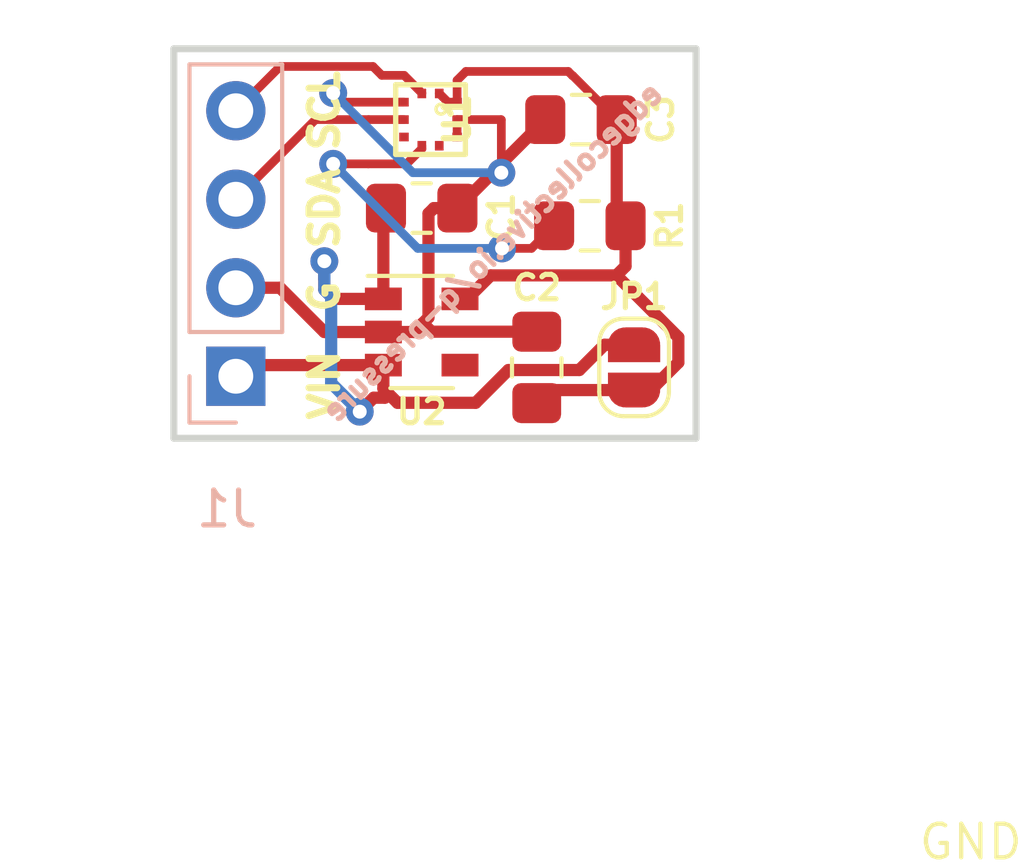
<source format=kicad_pcb>
(kicad_pcb (version 20171130) (host pcbnew 5.0.2-bee76a0~70~ubuntu18.04.1)

  (general
    (thickness 1.6)
    (drawings 11)
    (tracks 97)
    (zones 0)
    (modules 8)
    (nets 7)
  )

  (page A4)
  (layers
    (0 Top signal)
    (31 Bottom signal)
    (32 B.Adhes user)
    (33 F.Adhes user)
    (34 B.Paste user)
    (35 F.Paste user)
    (36 B.SilkS user)
    (37 F.SilkS user)
    (38 B.Mask user)
    (39 F.Mask user)
    (40 Dwgs.User user)
    (41 Cmts.User user)
    (42 Eco1.User user)
    (43 Eco2.User user)
    (44 Edge.Cuts user)
    (45 Margin user)
    (46 B.CrtYd user)
    (47 F.CrtYd user)
    (48 B.Fab user)
    (49 F.Fab user)
  )

  (setup
    (last_trace_width 0.35)
    (user_trace_width 0.35)
    (trace_clearance 0.2)
    (zone_clearance 0.508)
    (zone_45_only no)
    (trace_min 0.2)
    (segment_width 0.2)
    (edge_width 0.15)
    (via_size 0.8)
    (via_drill 0.4)
    (via_min_size 0.4)
    (via_min_drill 0.3)
    (uvia_size 0.3)
    (uvia_drill 0.1)
    (uvias_allowed no)
    (uvia_min_size 0.2)
    (uvia_min_drill 0.1)
    (pcb_text_width 0.3)
    (pcb_text_size 1.5 1.5)
    (mod_edge_width 0.15)
    (mod_text_size 1 1)
    (mod_text_width 0.15)
    (pad_size 1.524 1.524)
    (pad_drill 0.762)
    (pad_to_mask_clearance 0.051)
    (solder_mask_min_width 0.25)
    (aux_axis_origin 0 0)
    (visible_elements FFFDFF7F)
    (pcbplotparams
      (layerselection 0x010fc_ffffffff)
      (usegerberextensions false)
      (usegerberattributes false)
      (usegerberadvancedattributes false)
      (creategerberjobfile false)
      (excludeedgelayer true)
      (linewidth 0.100000)
      (plotframeref false)
      (viasonmask false)
      (mode 1)
      (useauxorigin false)
      (hpglpennumber 1)
      (hpglpenspeed 20)
      (hpglpendiameter 15.000000)
      (psnegative false)
      (psa4output false)
      (plotreference true)
      (plotvalue true)
      (plotinvisibletext false)
      (padsonsilk false)
      (subtractmaskfromsilk false)
      (outputformat 1)
      (mirror false)
      (drillshape 1)
      (scaleselection 1)
      (outputdirectory ""))
  )

  (net 0 "")
  (net 1 GND)
  (net 2 3.3V)
  (net 3 VIN)
  (net 4 SCL)
  (net 5 SDA)
  (net 6 "Net-(IC1-Pad6)")

  (net_class Default "This is the default net class."
    (clearance 0.2)
    (trace_width 0.25)
    (via_dia 0.8)
    (via_drill 0.4)
    (uvia_dia 0.3)
    (uvia_drill 0.1)
    (add_net 3.3V)
    (add_net GND)
    (add_net "Net-(IC1-Pad6)")
    (add_net SCL)
    (add_net SDA)
    (add_net VIN)
  )

  (module "Adafruit BMP388:BMP388" (layer Top) (tedit 0) (tstamp 5CF80B70)
    (at 129.286 88.392)
    (path /7C8C299E06F92037)
    (fp_text reference IC1 (at 0 0) (layer F.SilkS) hide
      (effects (font (size 1.27 1.27) (thickness 0.15)) (justify right top))
    )
    (fp_text value BMP388 (at 0 0) (layer F.SilkS) hide
      (effects (font (size 1.27 1.27) (thickness 0.15)) (justify right top))
    )
    (fp_circle (center 0.3 -0.3) (end 0.441418 -0.3) (layer F.SilkS) (width 0.1016))
    (fp_line (start -1 1) (end -1 -1) (layer F.SilkS) (width 0.1524))
    (fp_line (start 1 1) (end -1 1) (layer F.SilkS) (width 0.1524))
    (fp_line (start 1 -1) (end 1 1) (layer F.SilkS) (width 0.1524))
    (fp_line (start -1 -1) (end 1 -1) (layer F.SilkS) (width 0.1524))
    (pad 1 smd rect (at 0.25 -0.75 180) (size 0.25 0.275) (layers Top F.Paste F.Mask)
      (net 2 3.3V) (solder_mask_margin 0.0508))
    (pad 2 smd rect (at -0.25 -0.75 180) (size 0.25 0.275) (layers Top F.Paste F.Mask)
      (net 4 SCL) (solder_mask_margin 0.0508))
    (pad 5 smd rect (at -0.7625 0.5 90) (size 0.25 0.275) (layers Top F.Paste F.Mask)
      (solder_mask_margin 0.0508))
    (pad 4 smd rect (at -0.7625 0 90) (size 0.25 0.275) (layers Top F.Paste F.Mask)
      (net 5 SDA) (solder_mask_margin 0.0508))
    (pad 3 smd rect (at -0.7625 -0.5 90) (size 0.25 0.275) (layers Top F.Paste F.Mask)
      (net 1 GND) (solder_mask_margin 0.0508))
    (pad 8 smd rect (at 0.7625 0.5 90) (size 0.25 0.275) (layers Top F.Paste F.Mask)
      (net 1 GND) (solder_mask_margin 0.0508))
    (pad 10 smd rect (at 0.7625 -0.5 90) (size 0.25 0.275) (layers Top F.Paste F.Mask)
      (net 2 3.3V) (solder_mask_margin 0.0508))
    (pad 9 smd rect (at 0.7625 0 90) (size 0.25 0.275) (layers Top F.Paste F.Mask)
      (net 1 GND) (solder_mask_margin 0.0508))
    (pad 7 smd rect (at 0.25 0.75 180) (size 0.25 0.275) (layers Top F.Paste F.Mask)
      (solder_mask_margin 0.0508))
    (pad 6 smd rect (at -0.25 0.75 180) (size 0.25 0.275) (layers Top F.Paste F.Mask)
      (net 6 "Net-(IC1-Pad6)") (solder_mask_margin 0.0508))
  )

  (module Capacitor_SMD:C_0805_2012Metric_Pad1.15x1.40mm_HandSolder (layer Top) (tedit 5CEB0DE8) (tstamp 5CF7E963)
    (at 129.032 90.932)
    (descr "Capacitor SMD 0805 (2012 Metric), square (rectangular) end terminal, IPC_7351 nominal with elongated pad for handsoldering. (Body size source: https://docs.google.com/spreadsheets/d/1BsfQQcO9C6DZCsRaXUlFlo91Tg2WpOkGARC1WS5S8t0/edit?usp=sharing), generated with kicad-footprint-generator")
    (tags "capacitor handsolder")
    (path /23009AF2D1512118)
    (attr smd)
    (fp_text reference C1 (at 2.286 0.254 90) (layer F.SilkS)
      (effects (font (size 0.7 0.7) (thickness 0.15)))
    )
    (fp_text value 10uF (at 0 1.65) (layer F.Fab)
      (effects (font (size 1 1) (thickness 0.15)))
    )
    (fp_text user %R (at 0 0) (layer F.Fab)
      (effects (font (size 0.5 0.5) (thickness 0.08)))
    )
    (fp_line (start 1.85 0.95) (end -1.85 0.95) (layer F.CrtYd) (width 0.05))
    (fp_line (start 1.85 -0.95) (end 1.85 0.95) (layer F.CrtYd) (width 0.05))
    (fp_line (start -1.85 -0.95) (end 1.85 -0.95) (layer F.CrtYd) (width 0.05))
    (fp_line (start -1.85 0.95) (end -1.85 -0.95) (layer F.CrtYd) (width 0.05))
    (fp_line (start -0.261252 0.71) (end 0.261252 0.71) (layer F.SilkS) (width 0.12))
    (fp_line (start -0.261252 -0.71) (end 0.261252 -0.71) (layer F.SilkS) (width 0.12))
    (fp_line (start 1 0.6) (end -1 0.6) (layer F.Fab) (width 0.1))
    (fp_line (start 1 -0.6) (end 1 0.6) (layer F.Fab) (width 0.1))
    (fp_line (start -1 -0.6) (end 1 -0.6) (layer F.Fab) (width 0.1))
    (fp_line (start -1 0.6) (end -1 -0.6) (layer F.Fab) (width 0.1))
    (pad 2 smd roundrect (at 1.025 0) (size 1.15 1.4) (layers Top F.Paste F.Mask) (roundrect_rratio 0.217391)
      (net 1 GND))
    (pad 1 smd roundrect (at -1.025 0) (size 1.15 1.4) (layers Top F.Paste F.Mask) (roundrect_rratio 0.217391)
      (net 3 VIN))
    (model ${KISYS3DMOD}/Capacitor_SMD.3dshapes/C_0805_2012Metric.wrl
      (at (xyz 0 0 0))
      (scale (xyz 1 1 1))
      (rotate (xyz 0 0 0))
    )
  )

  (module Capacitor_SMD:C_0805_2012Metric_Pad1.15x1.40mm_HandSolder (layer Top) (tedit 5CEB12BE) (tstamp 5CF7EE60)
    (at 132.334 95.504 90)
    (descr "Capacitor SMD 0805 (2012 Metric), square (rectangular) end terminal, IPC_7351 nominal with elongated pad for handsoldering. (Body size source: https://docs.google.com/spreadsheets/d/1BsfQQcO9C6DZCsRaXUlFlo91Tg2WpOkGARC1WS5S8t0/edit?usp=sharing), generated with kicad-footprint-generator")
    (tags "capacitor handsolder")
    (path /4ED27554B94C3227)
    (attr smd)
    (fp_text reference C2 (at 2.286 0 180) (layer F.SilkS)
      (effects (font (size 0.7 0.7) (thickness 0.15)))
    )
    (fp_text value 0.1uF (at 0 1.65 90) (layer F.Fab)
      (effects (font (size 1 1) (thickness 0.15)))
    )
    (fp_line (start -1 0.6) (end -1 -0.6) (layer F.Fab) (width 0.1))
    (fp_line (start -1 -0.6) (end 1 -0.6) (layer F.Fab) (width 0.1))
    (fp_line (start 1 -0.6) (end 1 0.6) (layer F.Fab) (width 0.1))
    (fp_line (start 1 0.6) (end -1 0.6) (layer F.Fab) (width 0.1))
    (fp_line (start -0.261252 -0.71) (end 0.261252 -0.71) (layer F.SilkS) (width 0.12))
    (fp_line (start -0.261252 0.71) (end 0.261252 0.71) (layer F.SilkS) (width 0.12))
    (fp_line (start -1.85 0.95) (end -1.85 -0.95) (layer F.CrtYd) (width 0.05))
    (fp_line (start -1.85 -0.95) (end 1.85 -0.95) (layer F.CrtYd) (width 0.05))
    (fp_line (start 1.85 -0.95) (end 1.85 0.95) (layer F.CrtYd) (width 0.05))
    (fp_line (start 1.85 0.95) (end -1.85 0.95) (layer F.CrtYd) (width 0.05))
    (fp_text user %R (at 0 0 90) (layer F.Fab)
      (effects (font (size 0.5 0.5) (thickness 0.08)))
    )
    (pad 1 smd roundrect (at -1.025 0 90) (size 1.15 1.4) (layers Top F.Paste F.Mask) (roundrect_rratio 0.217391)
      (net 2 3.3V))
    (pad 2 smd roundrect (at 1.025 0 90) (size 1.15 1.4) (layers Top F.Paste F.Mask) (roundrect_rratio 0.217391)
      (net 1 GND))
    (model ${KISYS3DMOD}/Capacitor_SMD.3dshapes/C_0805_2012Metric.wrl
      (at (xyz 0 0 0))
      (scale (xyz 1 1 1))
      (rotate (xyz 0 0 0))
    )
  )

  (module Capacitor_SMD:C_0805_2012Metric_Pad1.15x1.40mm_HandSolder (layer Top) (tedit 5CEB0E16) (tstamp 5CF7FC50)
    (at 133.604 88.392 180)
    (descr "Capacitor SMD 0805 (2012 Metric), square (rectangular) end terminal, IPC_7351 nominal with elongated pad for handsoldering. (Body size source: https://docs.google.com/spreadsheets/d/1BsfQQcO9C6DZCsRaXUlFlo91Tg2WpOkGARC1WS5S8t0/edit?usp=sharing), generated with kicad-footprint-generator")
    (tags "capacitor handsolder")
    (path /BCDE55D9FA3B87C3)
    (attr smd)
    (fp_text reference C3 (at -2.286 0 270) (layer F.SilkS)
      (effects (font (size 0.7 0.7) (thickness 0.15)))
    )
    (fp_text value 10uF (at 0 1.65 180) (layer F.Fab)
      (effects (font (size 1 1) (thickness 0.15)))
    )
    (fp_line (start -1 0.6) (end -1 -0.6) (layer F.Fab) (width 0.1))
    (fp_line (start -1 -0.6) (end 1 -0.6) (layer F.Fab) (width 0.1))
    (fp_line (start 1 -0.6) (end 1 0.6) (layer F.Fab) (width 0.1))
    (fp_line (start 1 0.6) (end -1 0.6) (layer F.Fab) (width 0.1))
    (fp_line (start -0.261252 -0.71) (end 0.261252 -0.71) (layer F.SilkS) (width 0.12))
    (fp_line (start -0.261252 0.71) (end 0.261252 0.71) (layer F.SilkS) (width 0.12))
    (fp_line (start -1.85 0.95) (end -1.85 -0.95) (layer F.CrtYd) (width 0.05))
    (fp_line (start -1.85 -0.95) (end 1.85 -0.95) (layer F.CrtYd) (width 0.05))
    (fp_line (start 1.85 -0.95) (end 1.85 0.95) (layer F.CrtYd) (width 0.05))
    (fp_line (start 1.85 0.95) (end -1.85 0.95) (layer F.CrtYd) (width 0.05))
    (fp_text user %R (at 0 0 180) (layer F.Fab)
      (effects (font (size 0.5 0.5) (thickness 0.08)))
    )
    (pad 1 smd roundrect (at -1.025 0 180) (size 1.15 1.4) (layers Top F.Paste F.Mask) (roundrect_rratio 0.217391)
      (net 2 3.3V))
    (pad 2 smd roundrect (at 1.025 0 180) (size 1.15 1.4) (layers Top F.Paste F.Mask) (roundrect_rratio 0.217391)
      (net 1 GND))
    (model ${KISYS3DMOD}/Capacitor_SMD.3dshapes/C_0805_2012Metric.wrl
      (at (xyz 0 0 0))
      (scale (xyz 1 1 1))
      (rotate (xyz 0 0 0))
    )
  )

  (module Package_TO_SOT_SMD:SOT-23-5 (layer Top) (tedit 5CEB0E00) (tstamp 5CF7EC35)
    (at 129.032 94.488)
    (descr "5-pin SOT23 package")
    (tags SOT-23-5)
    (path /8DB0DD7560D488E9)
    (attr smd)
    (fp_text reference U2 (at 0 2.286) (layer F.SilkS)
      (effects (font (size 0.7 0.7) (thickness 0.15)))
    )
    (fp_text value MIC5225-3.3 (at 0 2.9) (layer F.Fab)
      (effects (font (size 1 1) (thickness 0.15)))
    )
    (fp_text user %R (at 0 0 90) (layer F.Fab)
      (effects (font (size 0.5 0.5) (thickness 0.075)))
    )
    (fp_line (start -0.9 1.61) (end 0.9 1.61) (layer F.SilkS) (width 0.12))
    (fp_line (start 0.9 -1.61) (end -1.55 -1.61) (layer F.SilkS) (width 0.12))
    (fp_line (start -1.9 -1.8) (end 1.9 -1.8) (layer F.CrtYd) (width 0.05))
    (fp_line (start 1.9 -1.8) (end 1.9 1.8) (layer F.CrtYd) (width 0.05))
    (fp_line (start 1.9 1.8) (end -1.9 1.8) (layer F.CrtYd) (width 0.05))
    (fp_line (start -1.9 1.8) (end -1.9 -1.8) (layer F.CrtYd) (width 0.05))
    (fp_line (start -0.9 -0.9) (end -0.25 -1.55) (layer F.Fab) (width 0.1))
    (fp_line (start 0.9 -1.55) (end -0.25 -1.55) (layer F.Fab) (width 0.1))
    (fp_line (start -0.9 -0.9) (end -0.9 1.55) (layer F.Fab) (width 0.1))
    (fp_line (start 0.9 1.55) (end -0.9 1.55) (layer F.Fab) (width 0.1))
    (fp_line (start 0.9 -1.55) (end 0.9 1.55) (layer F.Fab) (width 0.1))
    (pad 1 smd rect (at -1.1 -0.95) (size 1.06 0.65) (layers Top F.Paste F.Mask)
      (net 3 VIN))
    (pad 2 smd rect (at -1.1 0) (size 1.06 0.65) (layers Top F.Paste F.Mask)
      (net 1 GND))
    (pad 3 smd rect (at -1.1 0.95) (size 1.06 0.65) (layers Top F.Paste F.Mask)
      (net 3 VIN))
    (pad 4 smd rect (at 1.1 0.95) (size 1.06 0.65) (layers Top F.Paste F.Mask))
    (pad 5 smd rect (at 1.1 -0.95) (size 1.06 0.65) (layers Top F.Paste F.Mask)
      (net 2 3.3V))
    (model ${KISYS3DMOD}/Package_TO_SOT_SMD.3dshapes/SOT-23-5.wrl
      (at (xyz 0 0 0))
      (scale (xyz 1 1 1))
      (rotate (xyz 0 0 0))
    )
  )

  (module Connector_PinHeader_2.54mm:PinHeader_1x04_P2.54mm_Vertical (layer Bottom) (tedit 59FED5CC) (tstamp 5CF7E80F)
    (at 123.698 95.758)
    (descr "Through hole straight pin header, 1x04, 2.54mm pitch, single row")
    (tags "Through hole pin header THT 1x04 2.54mm single row")
    (path /5CEB11E1)
    (fp_text reference J1 (at -0.254 3.81) (layer B.SilkS)
      (effects (font (size 1 1) (thickness 0.15)) (justify mirror))
    )
    (fp_text value Conn_01x04_Male (at 0 -9.95) (layer B.Fab)
      (effects (font (size 1 1) (thickness 0.15)) (justify mirror))
    )
    (fp_line (start -0.635 1.27) (end 1.27 1.27) (layer B.Fab) (width 0.1))
    (fp_line (start 1.27 1.27) (end 1.27 -8.89) (layer B.Fab) (width 0.1))
    (fp_line (start 1.27 -8.89) (end -1.27 -8.89) (layer B.Fab) (width 0.1))
    (fp_line (start -1.27 -8.89) (end -1.27 0.635) (layer B.Fab) (width 0.1))
    (fp_line (start -1.27 0.635) (end -0.635 1.27) (layer B.Fab) (width 0.1))
    (fp_line (start -1.33 -8.95) (end 1.33 -8.95) (layer B.SilkS) (width 0.12))
    (fp_line (start -1.33 -1.27) (end -1.33 -8.95) (layer B.SilkS) (width 0.12))
    (fp_line (start 1.33 -1.27) (end 1.33 -8.95) (layer B.SilkS) (width 0.12))
    (fp_line (start -1.33 -1.27) (end 1.33 -1.27) (layer B.SilkS) (width 0.12))
    (fp_line (start -1.33 0) (end -1.33 1.33) (layer B.SilkS) (width 0.12))
    (fp_line (start -1.33 1.33) (end 0 1.33) (layer B.SilkS) (width 0.12))
    (fp_line (start -1.8 1.8) (end -1.8 -9.4) (layer B.CrtYd) (width 0.05))
    (fp_line (start -1.8 -9.4) (end 1.8 -9.4) (layer B.CrtYd) (width 0.05))
    (fp_line (start 1.8 -9.4) (end 1.8 1.8) (layer B.CrtYd) (width 0.05))
    (fp_line (start 1.8 1.8) (end -1.8 1.8) (layer B.CrtYd) (width 0.05))
    (fp_text user %R (at 0 -3.81 -90) (layer B.Fab)
      (effects (font (size 1 1) (thickness 0.15)) (justify mirror))
    )
    (pad 1 thru_hole rect (at 0 0) (size 1.7 1.7) (drill 1) (layers *.Cu *.Mask)
      (net 3 VIN))
    (pad 2 thru_hole oval (at 0 -2.54) (size 1.7 1.7) (drill 1) (layers *.Cu *.Mask)
      (net 1 GND))
    (pad 3 thru_hole oval (at 0 -5.08) (size 1.7 1.7) (drill 1) (layers *.Cu *.Mask)
      (net 5 SDA))
    (pad 4 thru_hole oval (at 0 -7.62) (size 1.7 1.7) (drill 1) (layers *.Cu *.Mask)
      (net 4 SCL))
    (model ${KISYS3DMOD}/Connector_PinHeader_2.54mm.3dshapes/PinHeader_1x04_P2.54mm_Vertical.wrl
      (at (xyz 0 0 0))
      (scale (xyz 1 1 1))
      (rotate (xyz 0 0 0))
    )
  )

  (module Jumper:SolderJumper-2_P1.3mm_Open_RoundedPad1.0x1.5mm (layer Top) (tedit 5CEB0DF6) (tstamp 5CF7E821)
    (at 135.128 95.504 270)
    (descr "SMD Solder Jumper, 1x1.5mm, rounded Pads, 0.3mm gap, open")
    (tags "solder jumper open")
    (path /5CEB1B60)
    (attr virtual)
    (fp_text reference JP1 (at -2.032 0) (layer F.SilkS)
      (effects (font (size 0.7 0.7) (thickness 0.15)))
    )
    (fp_text value SolderJumper_2_Open (at 0 1.9 270) (layer F.Fab)
      (effects (font (size 1 1) (thickness 0.15)))
    )
    (fp_arc (start 0.7 -0.3) (end 1.4 -0.3) (angle -90) (layer F.SilkS) (width 0.12))
    (fp_arc (start 0.7 0.3) (end 0.7 1) (angle -90) (layer F.SilkS) (width 0.12))
    (fp_arc (start -0.7 0.3) (end -1.4 0.3) (angle -90) (layer F.SilkS) (width 0.12))
    (fp_arc (start -0.7 -0.3) (end -0.7 -1) (angle -90) (layer F.SilkS) (width 0.12))
    (fp_line (start -1.4 0.3) (end -1.4 -0.3) (layer F.SilkS) (width 0.12))
    (fp_line (start 0.7 1) (end -0.7 1) (layer F.SilkS) (width 0.12))
    (fp_line (start 1.4 -0.3) (end 1.4 0.3) (layer F.SilkS) (width 0.12))
    (fp_line (start -0.7 -1) (end 0.7 -1) (layer F.SilkS) (width 0.12))
    (fp_line (start -1.65 -1.25) (end 1.65 -1.25) (layer F.CrtYd) (width 0.05))
    (fp_line (start -1.65 -1.25) (end -1.65 1.25) (layer F.CrtYd) (width 0.05))
    (fp_line (start 1.65 1.25) (end 1.65 -1.25) (layer F.CrtYd) (width 0.05))
    (fp_line (start 1.65 1.25) (end -1.65 1.25) (layer F.CrtYd) (width 0.05))
    (pad 1 smd custom (at -0.65 0 270) (size 1 0.5) (layers Top F.Mask)
      (net 3 VIN) (zone_connect 0)
      (options (clearance outline) (anchor rect))
      (primitives
        (gr_circle (center 0 0.25) (end 0.5 0.25) (width 0))
        (gr_circle (center 0 -0.25) (end 0.5 -0.25) (width 0))
        (gr_poly (pts
           (xy 0 -0.75) (xy 0.5 -0.75) (xy 0.5 0.75) (xy 0 0.75)) (width 0))
      ))
    (pad 2 smd custom (at 0.65 0 270) (size 1 0.5) (layers Top F.Mask)
      (net 2 3.3V) (zone_connect 0)
      (options (clearance outline) (anchor rect))
      (primitives
        (gr_circle (center 0 0.25) (end 0.5 0.25) (width 0))
        (gr_circle (center 0 -0.25) (end 0.5 -0.25) (width 0))
        (gr_poly (pts
           (xy 0 -0.75) (xy -0.5 -0.75) (xy -0.5 0.75) (xy 0 0.75)) (width 0))
      ))
  )

  (module Resistor_SMD:R_0805_2012Metric_Pad1.15x1.40mm_HandSolder (layer Top) (tedit 5CEB128F) (tstamp 5CF7FD72)
    (at 133.858 91.44 180)
    (descr "Resistor SMD 0805 (2012 Metric), square (rectangular) end terminal, IPC_7351 nominal with elongated pad for handsoldering. (Body size source: https://docs.google.com/spreadsheets/d/1BsfQQcO9C6DZCsRaXUlFlo91Tg2WpOkGARC1WS5S8t0/edit?usp=sharing), generated with kicad-footprint-generator")
    (tags "resistor handsolder")
    (path /5CEB1F41)
    (attr smd)
    (fp_text reference R1 (at -2.286 0 270) (layer F.SilkS)
      (effects (font (size 0.7 0.7) (thickness 0.15)))
    )
    (fp_text value R (at 0 1.65 180) (layer F.Fab)
      (effects (font (size 1 1) (thickness 0.15)))
    )
    (fp_line (start -1 0.6) (end -1 -0.6) (layer F.Fab) (width 0.1))
    (fp_line (start -1 -0.6) (end 1 -0.6) (layer F.Fab) (width 0.1))
    (fp_line (start 1 -0.6) (end 1 0.6) (layer F.Fab) (width 0.1))
    (fp_line (start 1 0.6) (end -1 0.6) (layer F.Fab) (width 0.1))
    (fp_line (start -0.261252 -0.71) (end 0.261252 -0.71) (layer F.SilkS) (width 0.12))
    (fp_line (start -0.261252 0.71) (end 0.261252 0.71) (layer F.SilkS) (width 0.12))
    (fp_line (start -1.85 0.95) (end -1.85 -0.95) (layer F.CrtYd) (width 0.05))
    (fp_line (start -1.85 -0.95) (end 1.85 -0.95) (layer F.CrtYd) (width 0.05))
    (fp_line (start 1.85 -0.95) (end 1.85 0.95) (layer F.CrtYd) (width 0.05))
    (fp_line (start 1.85 0.95) (end -1.85 0.95) (layer F.CrtYd) (width 0.05))
    (fp_text user %R (at 0 0 180) (layer F.Fab)
      (effects (font (size 0.5 0.5) (thickness 0.08)))
    )
    (pad 1 smd roundrect (at -1.025 0 180) (size 1.15 1.4) (layers Top F.Paste F.Mask) (roundrect_rratio 0.217391)
      (net 2 3.3V))
    (pad 2 smd roundrect (at 1.025 0 180) (size 1.15 1.4) (layers Top F.Paste F.Mask) (roundrect_rratio 0.217391)
      (net 6 "Net-(IC1-Pad6)"))
    (model ${KISYS3DMOD}/Resistor_SMD.3dshapes/R_0805_2012Metric.wrl
      (at (xyz 0 0 0))
      (scale (xyz 1 1 1))
      (rotate (xyz 0 0 0))
    )
  )

  (gr_text edgecollective.io/q-pressure (at 131.064 92.202 45) (layer B.SilkS) (tstamp 5CF7FACE)
    (effects (font (size 0.6 0.6) (thickness 0.15)) (justify mirror))
  )
  (gr_text U1 (at 130.048 88.392 90) (layer F.SilkS)
    (effects (font (size 0.7 0.7) (thickness 0.175)))
  )
  (gr_line (start 136.906 86.36) (end 136.906 97.536) (layer Edge.Cuts) (width 0.2))
  (gr_line (start 121.92 86.36) (end 121.92 97.536) (layer Edge.Cuts) (width 0.2))
  (gr_line (start 121.92 97.536) (end 136.906 97.536) (layer Edge.Cuts) (width 0.2))
  (gr_line (start 121.92 86.36) (end 136.906 86.36) (layer Edge.Cuts) (width 0.2))
  (gr_text SCL (at 126.238 88.138 90) (layer F.SilkS) (tstamp 5CF7F09C)
    (effects (font (size 0.8 0.8) (thickness 0.2)))
  )
  (gr_text SDA (at 126.238 90.932 90) (layer F.SilkS) (tstamp 5CF7F09A)
    (effects (font (size 0.8 0.8) (thickness 0.2)))
  )
  (gr_text G (at 126.238 93.472 90) (layer F.SilkS) (tstamp 5CF7F095)
    (effects (font (size 0.8 0.8) (thickness 0.2)))
  )
  (gr_text VIN (at 126.238 96.012 90) (layer F.SilkS)
    (effects (font (size 0.8 0.8) (thickness 0.2)))
  )
  (gr_text GND (at 146.3421 108.5596) (layer F.SilkS) (tstamp 55B9C934B770)
    (effects (font (size 0.9652 0.9652) (thickness 0.12192)) (justify right top))
  )

  (segment (start 129.382 90.932) (end 130.057 90.932) (width 0.35) (layer Top) (net 1) (status 20))
  (segment (start 129.226999 91.087001) (end 129.382 90.932) (width 0.35) (layer Top) (net 1))
  (segment (start 129.226999 94.073001) (end 129.226999 91.087001) (width 0.35) (layer Top) (net 1))
  (segment (start 127.932 94.488) (end 128.812 94.488) (width 0.35) (layer Top) (net 1) (status 10))
  (via (at 126.492 87.63) (size 0.8) (drill 0.4) (layers Top Bottom) (net 1))
  (via (at 131.318 89.916) (size 0.8) (drill 0.4) (layers Top Bottom) (net 1))
  (segment (start 126.492 87.63) (end 128.778 89.916) (width 0.25) (layer Bottom) (net 1))
  (segment (start 128.778 89.916) (end 131.318 89.916) (width 0.25) (layer Bottom) (net 1))
  (segment (start 131.318 89.916) (end 131.318 88.401) (width 0.25) (layer Top) (net 1) (status 20))
  (segment (start 124.968 93.218) (end 123.698 93.218) (width 0.35) (layer Top) (net 1) (status 20))
  (segment (start 127.932 94.488) (end 126.238 94.488) (width 0.35) (layer Top) (net 1) (status 10))
  (segment (start 126.238 94.488) (end 124.968 93.218) (width 0.35) (layer Top) (net 1))
  (segment (start 131.318 89.653) (end 132.579 88.392) (width 0.35) (layer Top) (net 1))
  (segment (start 131.318 89.916) (end 131.318 89.653) (width 0.35) (layer Top) (net 1))
  (segment (start 129.311 94.479) (end 129.066 94.234) (width 0.35) (layer Top) (net 1))
  (segment (start 132.334 94.479) (end 129.311 94.479) (width 0.35) (layer Top) (net 1))
  (segment (start 128.812 94.488) (end 129.066 94.234) (width 0.35) (layer Top) (net 1))
  (segment (start 129.066 94.234) (end 129.226999 94.073001) (width 0.35) (layer Top) (net 1))
  (segment (start 131.309 88.392) (end 130.0485 88.392) (width 0.25) (layer Top) (net 1))
  (segment (start 131.318 88.401) (end 131.309 88.392) (width 0.25) (layer Top) (net 1))
  (segment (start 130.0485 88.392) (end 130.0485 88.892) (width 0.25) (layer Top) (net 1))
  (segment (start 126.754 87.892) (end 126.492 87.63) (width 0.25) (layer Top) (net 1))
  (segment (start 128.5235 87.892) (end 126.754 87.892) (width 0.25) (layer Top) (net 1))
  (segment (start 131.073 89.916) (end 130.057 90.932) (width 0.35) (layer Top) (net 1))
  (segment (start 131.318 89.916) (end 131.073 89.916) (width 0.35) (layer Top) (net 1))
  (segment (start 132.709 96.154) (end 132.334 96.529) (width 0.35) (layer Top) (net 2))
  (segment (start 135.128 96.154) (end 132.709 96.154) (width 0.35) (layer Top) (net 2))
  (segment (start 130.337 93.538) (end 130.132 93.538) (width 0.35) (layer Top) (net 2))
  (segment (start 131.012 92.863) (end 130.337 93.538) (width 0.35) (layer Top) (net 2))
  (segment (start 134.621048 92.863) (end 131.012 92.863) (width 0.35) (layer Top) (net 2))
  (segment (start 136.398 95.364346) (end 136.398 94.639952) (width 0.35) (layer Top) (net 2))
  (segment (start 135.608346 96.154) (end 136.398 95.364346) (width 0.35) (layer Top) (net 2))
  (segment (start 136.398 94.639952) (end 134.621048 92.863) (width 0.35) (layer Top) (net 2))
  (segment (start 135.128 96.154) (end 135.608346 96.154) (width 0.35) (layer Top) (net 2))
  (segment (start 134.883 92.601048) (end 134.883 91.44) (width 0.35) (layer Top) (net 2))
  (segment (start 134.621048 92.863) (end 134.883 92.601048) (width 0.35) (layer Top) (net 2))
  (segment (start 134.629 91.186) (end 134.883 91.44) (width 0.35) (layer Top) (net 2))
  (segment (start 134.629 88.392) (end 134.629 91.186) (width 0.35) (layer Top) (net 2))
  (segment (start 133.359 87.131) (end 133.368 87.131) (width 0.25) (layer Top) (net 2))
  (segment (start 130.302 87.01) (end 133.238 87.01) (width 0.25) (layer Top) (net 2))
  (segment (start 133.238 87.01) (end 133.359 87.131) (width 0.25) (layer Top) (net 2))
  (segment (start 133.368 87.131) (end 134.629 88.392) (width 0.25) (layer Top) (net 2))
  (segment (start 129.786 87.892) (end 129.536 87.642) (width 0.25) (layer Top) (net 2))
  (segment (start 130.0485 87.892) (end 129.786 87.892) (width 0.25) (layer Top) (net 2))
  (segment (start 130.0485 87.2635) (end 130.0485 87.892) (width 0.25) (layer Top) (net 2))
  (segment (start 130.302 87.01) (end 130.0485 87.2635) (width 0.25) (layer Top) (net 2))
  (segment (start 127.612 95.758) (end 127.932 95.438) (width 0.35) (layer Top) (net 3) (status 30))
  (segment (start 127.932 91.007) (end 128.007 90.932) (width 0.35) (layer Top) (net 3) (status 30))
  (segment (start 127.932 93.538) (end 127.932 91.007) (width 0.35) (layer Top) (net 3) (status 30))
  (segment (start 127.932 95.438) (end 127.932 96.113) (width 0.35) (layer Top) (net 3) (status 10))
  (segment (start 127.932 93.538) (end 127.574 93.538) (width 0.25) (layer Top) (net 3) (status 30))
  (segment (start 124.018 95.438) (end 123.698 95.758) (width 0.35) (layer Top) (net 3) (status 30))
  (segment (start 127.932 95.438) (end 124.018 95.438) (width 0.35) (layer Top) (net 3) (status 30))
  (via (at 127.254 96.774) (size 0.8) (drill 0.4) (layers Top Bottom) (net 3))
  (segment (start 131.521012 95.57899) (end 130.580002 96.52) (width 0.35) (layer Top) (net 3))
  (segment (start 133.555418 95.57899) (end 131.521012 95.57899) (width 0.35) (layer Top) (net 3))
  (segment (start 135.128 94.854) (end 134.280408 94.854) (width 0.35) (layer Top) (net 3))
  (segment (start 134.280408 94.854) (end 133.555418 95.57899) (width 0.35) (layer Top) (net 3))
  (segment (start 130.580002 96.52) (end 128.339 96.52) (width 0.35) (layer Top) (net 3))
  (via (at 126.238 92.456) (size 0.8) (drill 0.4) (layers Top Bottom) (net 3))
  (segment (start 127.932 93.538) (end 126.558 93.538) (width 0.35) (layer Top) (net 3))
  (segment (start 126.558 93.538) (end 126.492 93.472) (width 0.35) (layer Top) (net 3))
  (segment (start 126.500315 93.538) (end 126.238 93.275685) (width 0.35) (layer Top) (net 3))
  (segment (start 126.558 93.538) (end 126.500315 93.538) (width 0.35) (layer Top) (net 3))
  (segment (start 126.434315 93.472) (end 126.492 93.472) (width 0.35) (layer Bottom) (net 3))
  (segment (start 126.238 93.275685) (end 126.434315 93.472) (width 0.35) (layer Bottom) (net 3))
  (segment (start 126.238 92.71) (end 126.238 93.275685) (width 0.35) (layer Bottom) (net 3))
  (segment (start 126.434315 95.954315) (end 127.254 96.774) (width 0.35) (layer Bottom) (net 3))
  (segment (start 126.434315 93.472) (end 126.434315 95.954315) (width 0.35) (layer Bottom) (net 3))
  (segment (start 127.976999 96.374001) (end 128.085 96.266) (width 0.35) (layer Top) (net 3))
  (segment (start 127.653999 96.374001) (end 127.976999 96.374001) (width 0.35) (layer Top) (net 3))
  (segment (start 127.932 96.113) (end 128.085 96.266) (width 0.35) (layer Top) (net 3))
  (segment (start 127.254 96.774) (end 127.653999 96.374001) (width 0.35) (layer Top) (net 3))
  (segment (start 128.085 96.266) (end 128.339 96.52) (width 0.35) (layer Top) (net 3))
  (segment (start 126.238 92.964) (end 126.238 92.456) (width 0.35) (layer Top) (net 3))
  (segment (start 126.238 92.964) (end 126.238 92.71) (width 0.35) (layer Top) (net 3))
  (segment (start 126.238 93.275685) (end 126.238 92.964) (width 0.35) (layer Top) (net 3))
  (segment (start 126.238 92.964) (end 126.238 92.456) (width 0.35) (layer Bottom) (net 3))
  (segment (start 127.6335 86.868) (end 124.968 86.868) (width 0.25) (layer Top) (net 4))
  (segment (start 124.968 86.868) (end 123.698 88.138) (width 0.25) (layer Top) (net 4) (status 20))
  (segment (start 128.5285 87.122) (end 127.8875 87.122) (width 0.25) (layer Top) (net 4))
  (segment (start 129.036 87.642) (end 129.036 87.6295) (width 0.25) (layer Top) (net 4))
  (segment (start 129.036 87.6295) (end 128.5285 87.122) (width 0.25) (layer Top) (net 4))
  (segment (start 127.8875 87.122) (end 127.6335 86.868) (width 0.25) (layer Top) (net 4))
  (segment (start 125.984 88.392) (end 123.698 90.678) (width 0.25) (layer Top) (net 5) (status 20))
  (segment (start 125.984 88.392) (end 127.5075 88.392) (width 0.25) (layer Top) (net 5) (status 20))
  (segment (start 127.5075 88.392) (end 128.5235 88.392) (width 0.25) (layer Top) (net 5))
  (segment (start 127.5 89.662) (end 126.492 89.662) (width 0.25) (layer Top) (net 6))
  (via (at 131.33758 92.088) (size 0.8) (drill 0.4) (layers Top Bottom) (net 6))
  (via (at 126.492 89.662) (size 0.8) (drill 0.4) (layers Top Bottom) (net 6))
  (segment (start 126.492 89.662) (end 128.918 92.088) (width 0.25) (layer Bottom) (net 6))
  (segment (start 132.185 92.088) (end 132.833 91.44) (width 0.25) (layer Top) (net 6))
  (segment (start 128.918 92.088) (end 131.33758 92.088) (width 0.25) (layer Bottom) (net 6))
  (segment (start 131.33758 92.088) (end 132.185 92.088) (width 0.25) (layer Top) (net 6))
  (segment (start 128.601002 89.662) (end 127.5 89.662) (width 0.25) (layer Top) (net 6))
  (segment (start 129.036 89.227002) (end 128.601002 89.662) (width 0.25) (layer Top) (net 6))
  (segment (start 129.036 89.142) (end 129.036 89.227002) (width 0.25) (layer Top) (net 6))

)

</source>
